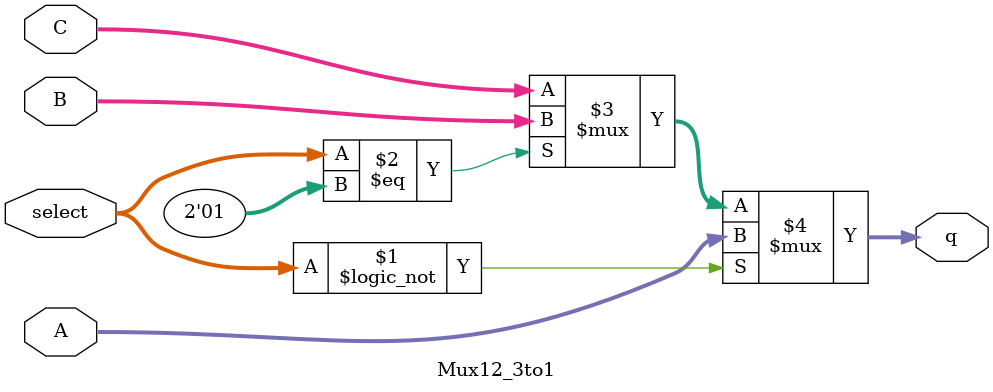
<source format=sv>
module Mux12_3to1(input[11:0] A, B, C, input[1:0] select, output[11:0] q);
  
  assign q = (select==2'b00)?A:((select==2'b01)?B:C);
  
endmodule








</source>
